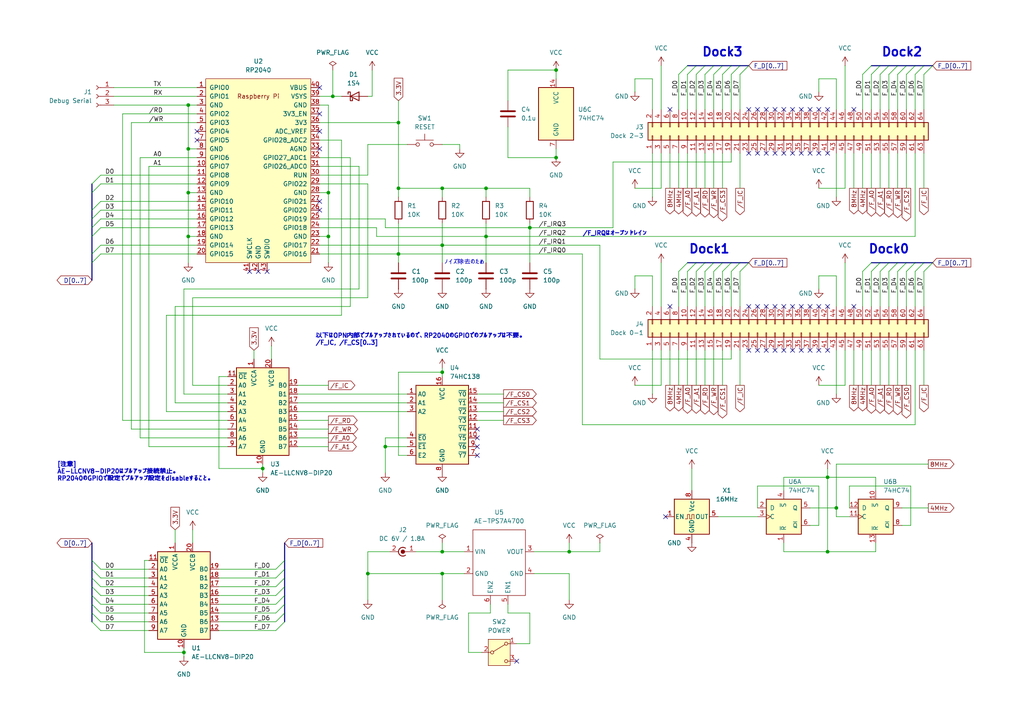
<source format=kicad_sch>
(kicad_sch (version 20231120) (generator "eeschema") (generator_version "8.0")
  (paper "A4")
  (title_block (title "System Controller") (date "2025-02-09") (rev "1.0") (company "46nori"))
  (junction (at 140.97 68.58))
  (junction (at 242.57 147.32))
  (junction (at 54.61 43.18))
  (junction (at 115.57 73.66))
  (junction (at 165.1 160.02))
  (junction (at 128.27 160.02))
  (junction (at 76.2 135.89))
  (junction (at 240.03 160.02))
  (junction (at 115.57 54.61))
  (junction (at 95.25 68.58))
  (junction (at 240.03 138.43))
  (junction (at 128.27 166.37))
  (junction (at 153.67 66.04))
  (junction (at 161.29 45.72))
  (junction (at 95.25 55.88))
  (junction (at 96.52 27.94))
  (junction (at 115.57 35.56))
  (junction (at 128.27 54.61))
  (junction (at 161.29 20.32))
  (junction (at 111.76 129.54))
  (junction (at 106.68 166.37))
  (junction (at 54.61 68.58))
  (junction (at 54.61 30.48))
  (junction (at 54.61 55.88))
  (junction (at 128.27 107.95))
  (junction (at 53.34 189.23))
  (junction (at 140.97 54.61))
  (junction (at 128.27 71.12))
  (no_connect (at 232.41 44.45))
  (no_connect (at 222.25 88.9))
  (no_connect (at 138.43 132.08))
  (no_connect (at 232.41 88.9))
  (no_connect (at 224.79 101.6))
  (no_connect (at 234.95 101.6))
  (no_connect (at 227.33 101.6))
  (no_connect (at 229.87 44.45))
  (no_connect (at 92.71 33.02))
  (no_connect (at 92.71 60.96))
  (no_connect (at 227.33 44.45))
  (no_connect (at 222.25 31.75))
  (no_connect (at 237.49 101.6))
  (no_connect (at 138.43 127))
  (no_connect (at 240.03 44.45))
  (no_connect (at 217.17 88.9))
  (no_connect (at 138.43 124.46))
  (no_connect (at 219.71 31.75))
  (no_connect (at 224.79 31.75))
  (no_connect (at 240.03 88.9))
  (no_connect (at 138.43 129.54))
  (no_connect (at 194.31 88.9))
  (no_connect (at 234.95 88.9))
  (no_connect (at 234.95 44.45))
  (no_connect (at 217.17 101.6))
  (no_connect (at 227.33 88.9))
  (no_connect (at 92.71 43.18))
  (no_connect (at 193.04 149.86))
  (no_connect (at 224.79 44.45))
  (no_connect (at 77.47 78.74))
  (no_connect (at 232.41 101.6))
  (no_connect (at 247.65 88.9))
  (no_connect (at 222.25 44.45))
  (no_connect (at 57.15 40.64))
  (no_connect (at 232.41 31.75))
  (no_connect (at 92.71 25.4))
  (no_connect (at 247.65 31.75))
  (no_connect (at 229.87 88.9))
  (no_connect (at 72.39 78.74))
  (no_connect (at 149.86 191.77))
  (no_connect (at 227.33 31.75))
  (no_connect (at 219.71 88.9))
  (no_connect (at 219.71 101.6))
  (no_connect (at 194.31 31.75))
  (no_connect (at 219.71 44.45))
  (no_connect (at 229.87 101.6))
  (no_connect (at 240.03 31.75))
  (no_connect (at 237.49 44.45))
  (no_connect (at 92.71 38.1))
  (no_connect (at 237.49 31.75))
  (no_connect (at 217.17 44.45))
  (no_connect (at 74.93 78.74))
  (no_connect (at 92.71 58.42))
  (no_connect (at 237.49 88.9))
  (no_connect (at 229.87 31.75))
  (no_connect (at 57.15 38.1))
  (no_connect (at 224.79 88.9))
  (no_connect (at 222.25 101.6))
  (no_connect (at 240.03 101.6))
  (no_connect (at 217.17 31.75))
  (no_connect (at 234.95 31.75))
  (bus_entry (at 26.67 53.34) (size 2.54 -2.54))
  (bus_entry (at 80.01 172.72) (size 2.54 -2.54))
  (bus_entry (at 196.85 78.74) (size 2.54 -2.54))
  (bus_entry (at 250.19 78.74) (size 2.54 -2.54))
  (bus_entry (at 209.55 78.74) (size 2.54 -2.54))
  (bus_entry (at 26.67 60.96) (size 2.54 -2.54))
  (bus_entry (at 255.27 21.59) (size 2.54 -2.54))
  (bus_entry (at 199.39 21.59) (size 2.54 -2.54))
  (bus_entry (at 214.63 78.74) (size 2.54 -2.54))
  (bus_entry (at 80.01 182.88) (size 2.54 -2.54))
  (bus_entry (at 80.01 170.18) (size 2.54 -2.54))
  (bus_entry (at 26.67 73.66) (size 2.54 -2.54))
  (bus_entry (at 26.67 66.04) (size 2.54 -2.54))
  (bus_entry (at 262.89 21.59) (size 2.54 -2.54))
  (bus_entry (at 212.09 21.59) (size 2.54 -2.54))
  (bus_entry (at 260.35 78.74) (size 2.54 -2.54))
  (bus_entry (at 262.89 78.74) (size 2.54 -2.54))
  (bus_entry (at 80.01 175.26) (size 2.54 -2.54))
  (bus_entry (at 214.63 21.59) (size 2.54 -2.54))
  (bus_entry (at 209.55 21.59) (size 2.54 -2.54))
  (bus_entry (at 80.01 165.1) (size 2.54 -2.54))
  (bus_entry (at 252.73 21.59) (size 2.54 -2.54))
  (bus_entry (at 80.01 167.64) (size 2.54 -2.54))
  (bus_entry (at 26.67 63.5) (size 2.54 -2.54))
  (bus_entry (at 250.19 21.59) (size 2.54 -2.54))
  (bus_entry (at 26.67 170.18) (size 2.54 2.54))
  (bus_entry (at 255.27 78.74) (size 2.54 -2.54))
  (bus_entry (at 199.39 78.74) (size 2.54 -2.54))
  (bus_entry (at 26.67 76.2) (size 2.54 -2.54))
  (bus_entry (at 26.67 177.8) (size 2.54 2.54))
  (bus_entry (at 212.09 78.74) (size 2.54 -2.54))
  (bus_entry (at 26.67 175.26) (size 2.54 2.54))
  (bus_entry (at 252.73 78.74) (size 2.54 -2.54))
  (bus_entry (at 26.67 167.64) (size 2.54 2.54))
  (bus_entry (at 204.47 21.59) (size 2.54 -2.54))
  (bus_entry (at 26.67 180.34) (size 2.54 2.54))
  (bus_entry (at 80.01 177.8) (size 2.54 -2.54))
  (bus_entry (at 257.81 21.59) (size 2.54 -2.54))
  (bus_entry (at 26.67 162.56) (size 2.54 2.54))
  (bus_entry (at 26.67 68.58) (size 2.54 -2.54))
  (bus_entry (at 26.67 55.88) (size 2.54 -2.54))
  (bus_entry (at 265.43 21.59) (size 2.54 -2.54))
  (bus_entry (at 207.01 21.59) (size 2.54 -2.54))
  (bus_entry (at 26.67 165.1) (size 2.54 2.54))
  (bus_entry (at 204.47 78.74) (size 2.54 -2.54))
  (bus_entry (at 201.93 21.59) (size 2.54 -2.54))
  (bus_entry (at 267.97 21.59) (size 2.54 -2.54))
  (bus_entry (at 257.81 78.74) (size 2.54 -2.54))
  (bus_entry (at 80.01 180.34) (size 2.54 -2.54))
  (bus_entry (at 267.97 78.74) (size 2.54 -2.54))
  (bus_entry (at 265.43 78.74) (size 2.54 -2.54))
  (bus_entry (at 201.93 78.74) (size 2.54 -2.54))
  (bus_entry (at 260.35 21.59) (size 2.54 -2.54))
  (bus_entry (at 196.85 21.59) (size 2.54 -2.54))
  (bus_entry (at 207.01 78.74) (size 2.54 -2.54))
  (bus_entry (at 26.67 172.72) (size 2.54 2.54))
  (wire (pts (xy 264.16 140.97) (xy 264.16 152.4)))
  (wire (pts (xy 255.27 88.9) (xy 255.27 78.74)))
  (wire (pts (xy 86.36 121.92) (xy 95.25 121.92)))
  (wire (pts (xy 254 138.43) (xy 254 142.24)))
  (bus (pts (xy 82.55 167.64) (xy 82.55 170.18)))
  (bus (pts (xy 270.51 76.2) (xy 267.97 76.2)))
  (wire (pts (xy 207.01 88.9) (xy 207.01 78.74)))
  (wire (pts (xy 204.47 44.45) (xy 204.47 54.61)))
  (wire (pts (xy 50.8 88.9) (xy 101.6 88.9)))
  (wire (pts (xy 212.09 88.9) (xy 212.09 78.74)))
  (wire (pts (xy 63.5 175.26) (xy 80.01 175.26)))
  (wire (pts (xy 95.25 30.48) (xy 95.25 55.88)))
  (wire (pts (xy 66.04 109.22) (xy 63.5 109.22)))
  (wire (pts (xy 184.15 80.01) (xy 184.15 83.82)))
  (wire (pts (xy 153.67 66.04) (xy 177.8 66.04)))
  (wire (pts (xy 153.67 64.77) (xy 153.67 66.04)))
  (wire (pts (xy 161.29 43.18) (xy 161.29 45.72)))
  (wire (pts (xy 29.21 177.8) (xy 43.18 177.8)))
  (wire (pts (xy 106.68 86.36) (xy 55.88 86.36)))
  (wire (pts (xy 133.35 41.91) (xy 133.35 43.18)))
  (bus (pts (xy 26.67 73.66) (xy 26.67 68.58)))
  (wire (pts (xy 219.71 147.32) (xy 219.71 140.97)))
  (wire (pts (xy 242.57 88.9) (xy 242.57 80.01)))
  (bus (pts (xy 26.67 60.96) (xy 26.67 63.5)))
  (wire (pts (xy 227.33 160.02) (xy 227.33 157.48)))
  (wire (pts (xy 173.99 104.14) (xy 212.09 104.14)))
  (wire (pts (xy 54.61 68.58) (xy 57.15 68.58)))
  (wire (pts (xy 29.21 182.88) (xy 43.18 182.88)))
  (wire (pts (xy 33.02 27.94) (xy 57.15 27.94)))
  (wire (pts (xy 207.01 101.6) (xy 207.01 111.76)))
  (wire (pts (xy 111.76 129.54) (xy 111.76 137.16)))
  (bus (pts (xy 209.55 19.05) (xy 207.01 19.05)))
  (bus (pts (xy 262.89 76.2) (xy 260.35 76.2)))
  (wire (pts (xy 41.91 162.56) (xy 41.91 189.23)))
  (wire (pts (xy 265.43 44.45) (xy 265.43 68.58)))
  (wire (pts (xy 262.89 31.75) (xy 262.89 21.59)))
  (wire (pts (xy 201.93 44.45) (xy 201.93 54.61)))
  (wire (pts (xy 204.47 88.9) (xy 204.47 78.74)))
  (wire (pts (xy 204.47 31.75) (xy 204.47 21.59)))
  (wire (pts (xy 92.71 73.66) (xy 115.57 73.66)))
  (wire (pts (xy 199.39 31.75) (xy 199.39 21.59)))
  (wire (pts (xy 165.1 160.02) (xy 165.1 157.48)))
  (wire (pts (xy 106.68 166.37) (xy 106.68 160.02)))
  (wire (pts (xy 41.91 189.23) (xy 53.34 189.23)))
  (wire (pts (xy 149.86 186.69) (xy 153.67 186.69)))
  (wire (pts (xy 118.11 116.84) (xy 86.36 116.84)))
  (wire (pts (xy 189.23 31.75) (xy 189.23 22.86)))
  (wire (pts (xy 257.81 44.45) (xy 257.81 54.61)))
  (wire (pts (xy 260.35 88.9) (xy 260.35 78.74)))
  (wire (pts (xy 128.27 64.77) (xy 128.27 71.12)))
  (wire (pts (xy 115.57 132.08) (xy 118.11 132.08)))
  (bus (pts (xy 82.55 170.18) (xy 82.55 172.72)))
  (wire (pts (xy 242.57 31.75) (xy 242.57 22.86)))
  (wire (pts (xy 189.23 80.01) (xy 184.15 80.01)))
  (wire (pts (xy 267.97 111.76) (xy 267.97 101.6)))
  (wire (pts (xy 161.29 20.32) (xy 161.29 22.86)))
  (wire (pts (xy 38.1 124.46) (xy 66.04 124.46)))
  (wire (pts (xy 264.16 152.4) (xy 261.62 152.4)))
  (wire (pts (xy 245.11 101.6) (xy 245.11 111.76)))
  (wire (pts (xy 242.57 101.6) (xy 242.57 114.3)))
  (bus (pts (xy 265.43 19.05) (xy 262.89 19.05)))
  (wire (pts (xy 194.31 111.76) (xy 194.31 101.6)))
  (wire (pts (xy 209.55 31.75) (xy 209.55 21.59)))
  (wire (pts (xy 54.61 55.88) (xy 54.61 68.58)))
  (wire (pts (xy 63.5 109.22) (xy 63.5 135.89)))
  (wire (pts (xy 242.57 22.86) (xy 237.49 22.86)))
  (wire (pts (xy 92.71 50.8) (xy 106.68 50.8)))
  (wire (pts (xy 35.56 33.02) (xy 57.15 33.02)))
  (wire (pts (xy 55.88 86.36) (xy 55.88 111.76)))
  (wire (pts (xy 35.56 121.92) (xy 35.56 33.02)))
  (wire (pts (xy 262.89 88.9) (xy 262.89 78.74)))
  (wire (pts (xy 104.14 83.82) (xy 53.34 83.82)))
  (wire (pts (xy 53.34 190.5) (xy 53.34 189.23)))
  (bus (pts (xy 260.35 76.2) (xy 257.81 76.2)))
  (wire (pts (xy 33.02 25.4) (xy 57.15 25.4)))
  (wire (pts (xy 196.85 88.9) (xy 196.85 78.74)))
  (wire (pts (xy 92.71 66.04) (xy 109.22 66.04)))
  (wire (pts (xy 55.88 153.67) (xy 55.88 157.48)))
  (wire (pts (xy 147.32 29.21) (xy 147.32 20.32)))
  (wire (pts (xy 212.09 31.75) (xy 212.09 21.59)))
  (bus (pts (xy 207.01 19.05) (xy 204.47 19.05)))
  (wire (pts (xy 267.97 88.9) (xy 267.97 78.74)))
  (wire (pts (xy 173.99 160.02) (xy 165.1 160.02)))
  (wire (pts (xy 63.5 165.1) (xy 80.01 165.1)))
  (wire (pts (xy 66.04 119.38) (xy 48.26 119.38)))
  (wire (pts (xy 54.61 68.58) (xy 54.61 76.2)))
  (wire (pts (xy 267.97 54.61) (xy 267.97 44.45)))
  (wire (pts (xy 86.36 127) (xy 95.25 127)))
  (wire (pts (xy 189.23 22.86) (xy 184.15 22.86)))
  (wire (pts (xy 252.73 31.75) (xy 252.73 21.59)))
  (wire (pts (xy 173.99 157.48) (xy 173.99 160.02)))
  (wire (pts (xy 191.77 44.45) (xy 191.77 54.61)))
  (bus (pts (xy 82.55 177.8) (xy 82.55 180.34)))
  (wire (pts (xy 209.55 111.76) (xy 209.55 101.6)))
  (wire (pts (xy 78.74 100.33) (xy 78.74 104.14)))
  (wire (pts (xy 138.43 119.38) (xy 146.05 119.38)))
  (wire (pts (xy 252.73 44.45) (xy 252.73 54.61)))
  (wire (pts (xy 260.35 44.45) (xy 260.35 54.61)))
  (wire (pts (xy 191.77 76.2) (xy 191.77 88.9)))
  (wire (pts (xy 86.36 119.38) (xy 118.11 119.38)))
  (wire (pts (xy 147.32 177.8) (xy 147.32 175.26)))
  (wire (pts (xy 196.85 54.61) (xy 196.85 44.45)))
  (wire (pts (xy 212.09 101.6) (xy 212.09 104.14)))
  (wire (pts (xy 255.27 101.6) (xy 255.27 111.76)))
  (bus (pts (xy 265.43 76.2) (xy 262.89 76.2)))
  (wire (pts (xy 237.49 140.97) (xy 237.49 152.4)))
  (bus (pts (xy 82.55 175.26) (xy 82.55 177.8)))
  (wire (pts (xy 29.21 172.72) (xy 43.18 172.72)))
  (wire (pts (xy 29.21 53.34) (xy 57.15 53.34)))
  (bus (pts (xy 201.93 19.05) (xy 199.39 19.05)))
  (bus (pts (xy 257.81 19.05) (xy 255.27 19.05)))
  (wire (pts (xy 257.81 101.6) (xy 257.81 111.76)))
  (wire (pts (xy 128.27 54.61) (xy 115.57 54.61)))
  (bus (pts (xy 26.67 76.2) (xy 26.67 73.66)))
  (wire (pts (xy 177.8 66.04) (xy 177.8 46.99)))
  (wire (pts (xy 153.67 186.69) (xy 153.67 177.8)))
  (wire (pts (xy 196.85 31.75) (xy 196.85 21.59)))
  (wire (pts (xy 237.49 152.4) (xy 234.95 152.4)))
  (wire (pts (xy 106.68 41.91) (xy 118.11 41.91)))
  (wire (pts (xy 207.01 44.45) (xy 207.01 54.61)))
  (wire (pts (xy 109.22 68.58) (xy 140.97 68.58)))
  (wire (pts (xy 250.19 88.9) (xy 250.19 78.74)))
  (wire (pts (xy 92.71 63.5) (xy 111.76 63.5)))
  (wire (pts (xy 191.77 101.6) (xy 191.77 111.76)))
  (wire (pts (xy 177.8 46.99) (xy 212.09 46.99)))
  (wire (pts (xy 40.64 127) (xy 66.04 127)))
  (wire (pts (xy 242.57 134.62) (xy 242.57 147.32)))
  (wire (pts (xy 201.93 101.6) (xy 201.93 111.76)))
  (wire (pts (xy 140.97 64.77) (xy 140.97 68.58)))
  (wire (pts (xy 252.73 88.9) (xy 252.73 78.74)))
  (wire (pts (xy 237.49 111.76) (xy 245.11 111.76)))
  (bus (pts (xy 82.55 172.72) (xy 82.55 175.26)))
  (wire (pts (xy 111.76 127) (xy 111.76 129.54)))
  (wire (pts (xy 66.04 116.84) (xy 50.8 116.84)))
  (bus (pts (xy 212.09 19.05) (xy 209.55 19.05)))
  (wire (pts (xy 199.39 44.45) (xy 199.39 54.61)))
  (bus (pts (xy 26.67 68.58) (xy 26.67 66.04)))
  (wire (pts (xy 92.71 48.26) (xy 104.14 48.26)))
  (wire (pts (xy 109.22 66.04) (xy 109.22 68.58)))
  (wire (pts (xy 107.95 20.32) (xy 107.95 27.94)))
  (wire (pts (xy 209.55 88.9) (xy 209.55 78.74)))
  (wire (pts (xy 140.97 54.61) (xy 140.97 57.15)))
  (wire (pts (xy 128.27 166.37) (xy 134.62 166.37)))
  (wire (pts (xy 191.77 19.05) (xy 191.77 31.75)))
  (wire (pts (xy 252.73 101.6) (xy 252.73 111.76)))
  (bus (pts (xy 26.67 165.1) (xy 26.67 162.56)))
  (bus (pts (xy 267.97 19.05) (xy 265.43 19.05)))
  (wire (pts (xy 196.85 111.76) (xy 196.85 101.6)))
  (wire (pts (xy 35.56 121.92) (xy 66.04 121.92)))
  (wire (pts (xy 173.99 71.12) (xy 173.99 104.14)))
  (wire (pts (xy 199.39 88.9) (xy 199.39 78.74)))
  (wire (pts (xy 115.57 64.77) (xy 115.57 73.66)))
  (bus (pts (xy 82.55 165.1) (xy 82.55 167.64)))
  (wire (pts (xy 138.43 116.84) (xy 146.05 116.84)))
  (wire (pts (xy 153.67 177.8) (xy 147.32 177.8)))
  (wire (pts (xy 242.57 149.86) (xy 246.38 149.86)))
  (wire (pts (xy 128.27 160.02) (xy 134.62 160.02)))
  (wire (pts (xy 194.31 54.61) (xy 194.31 44.45)))
  (wire (pts (xy 38.1 35.56) (xy 38.1 124.46)))
  (wire (pts (xy 111.76 66.04) (xy 153.67 66.04)))
  (bus (pts (xy 212.09 76.2) (xy 209.55 76.2)))
  (bus (pts (xy 267.97 76.2) (xy 265.43 76.2)))
  (bus (pts (xy 26.67 172.72) (xy 26.67 170.18)))
  (bus (pts (xy 26.67 175.26) (xy 26.67 172.72)))
  (wire (pts (xy 115.57 54.61) (xy 115.57 35.56)))
  (wire (pts (xy 135.89 189.23) (xy 139.7 189.23)))
  (wire (pts (xy 214.63 31.75) (xy 214.63 21.59)))
  (wire (pts (xy 48.26 91.44) (xy 99.06 91.44)))
  (wire (pts (xy 29.21 58.42) (xy 57.15 58.42)))
  (bus (pts (xy 260.35 19.05) (xy 257.81 19.05)))
  (wire (pts (xy 63.5 170.18) (xy 80.01 170.18)))
  (bus (pts (xy 26.67 162.56) (xy 26.67 157.48)))
  (wire (pts (xy 115.57 132.08) (xy 115.57 107.95)))
  (wire (pts (xy 111.76 129.54) (xy 118.11 129.54)))
  (wire (pts (xy 214.63 54.61) (xy 214.63 44.45)))
  (wire (pts (xy 245.11 76.2) (xy 245.11 88.9)))
  (wire (pts (xy 53.34 114.3) (xy 66.04 114.3)))
  (bus (pts (xy 26.67 55.88) (xy 26.67 53.34)))
  (wire (pts (xy 153.67 54.61) (xy 140.97 54.61)))
  (wire (pts (xy 227.33 138.43) (xy 227.33 142.24)))
  (wire (pts (xy 214.63 111.76) (xy 214.63 101.6)))
  (wire (pts (xy 29.21 60.96) (xy 57.15 60.96)))
  (bus (pts (xy 26.67 81.28) (xy 26.67 76.2)))
  (wire (pts (xy 135.89 177.8) (xy 135.89 189.23)))
  (wire (pts (xy 55.88 111.76) (xy 66.04 111.76)))
  (bus (pts (xy 214.63 76.2) (xy 212.09 76.2)))
  (wire (pts (xy 106.68 166.37) (xy 128.27 166.37)))
  (wire (pts (xy 120.65 160.02) (xy 128.27 160.02)))
  (wire (pts (xy 95.25 55.88) (xy 95.25 68.58)))
  (wire (pts (xy 43.18 48.26) (xy 43.18 129.54)))
  (wire (pts (xy 29.21 66.04) (xy 57.15 66.04)))
  (wire (pts (xy 245.11 44.45) (xy 245.11 54.61)))
  (wire (pts (xy 92.71 71.12) (xy 128.27 71.12)))
  (wire (pts (xy 92.71 27.94) (xy 96.52 27.94)))
  (wire (pts (xy 115.57 107.95) (xy 128.27 107.95)))
  (wire (pts (xy 184.15 111.76) (xy 191.77 111.76)))
  (wire (pts (xy 50.8 153.67) (xy 50.8 157.48)))
  (wire (pts (xy 54.61 30.48) (xy 57.15 30.48)))
  (bus (pts (xy 255.27 76.2) (xy 252.73 76.2)))
  (wire (pts (xy 29.21 165.1) (xy 43.18 165.1)))
  (wire (pts (xy 242.57 147.32) (xy 242.57 149.86)))
  (wire (pts (xy 86.36 111.76) (xy 95.25 111.76)))
  (wire (pts (xy 153.67 66.04) (xy 153.67 76.2)))
  (bus (pts (xy 26.67 170.18) (xy 26.67 167.64)))
  (bus (pts (xy 217.17 19.05) (xy 214.63 19.05)))
  (wire (pts (xy 242.57 80.01) (xy 237.49 80.01)))
  (wire (pts (xy 40.64 45.72) (xy 40.64 127)))
  (wire (pts (xy 43.18 129.54) (xy 66.04 129.54)))
  (bus (pts (xy 217.17 76.2) (xy 214.63 76.2)))
  (wire (pts (xy 40.64 45.72) (xy 57.15 45.72)))
  (wire (pts (xy 92.71 55.88) (xy 95.25 55.88)))
  (wire (pts (xy 250.19 111.76) (xy 250.19 101.6)))
  (wire (pts (xy 219.71 140.97) (xy 237.49 140.97)))
  (wire (pts (xy 165.1 166.37) (xy 165.1 173.99)))
  (wire (pts (xy 43.18 48.26) (xy 57.15 48.26)))
  (wire (pts (xy 140.97 68.58) (xy 265.43 68.58)))
  (wire (pts (xy 189.23 44.45) (xy 189.23 57.15)))
  (wire (pts (xy 96.52 20.32) (xy 96.52 27.94)))
  (wire (pts (xy 227.33 160.02) (xy 240.03 160.02)))
  (bus (pts (xy 82.55 162.56) (xy 82.55 165.1)))
  (wire (pts (xy 265.43 31.75) (xy 265.43 21.59)))
  (wire (pts (xy 207.01 31.75) (xy 207.01 21.59)))
  (wire (pts (xy 250.19 54.61) (xy 250.19 44.45)))
  (wire (pts (xy 92.71 45.72) (xy 101.6 45.72)))
  (wire (pts (xy 128.27 54.61) (xy 128.27 57.15)))
  (wire (pts (xy 73.66 101.6) (xy 73.66 104.14)))
  (bus (pts (xy 204.47 19.05) (xy 201.93 19.05)))
  (wire (pts (xy 63.5 182.88) (xy 80.01 182.88)))
  (wire (pts (xy 92.71 53.34) (xy 106.68 53.34)))
  (bus (pts (xy 201.93 76.2) (xy 199.39 76.2)))
  (wire (pts (xy 242.57 134.62) (xy 269.24 134.62)))
  (wire (pts (xy 128.27 71.12) (xy 128.27 76.2)))
  (wire (pts (xy 201.93 31.75) (xy 201.93 21.59)))
  (wire (pts (xy 29.21 63.5) (xy 57.15 63.5)))
  (wire (pts (xy 247.65 54.61) (xy 247.65 44.45)))
  (wire (pts (xy 96.52 27.94) (xy 99.06 27.94)))
  (wire (pts (xy 265.43 101.6) (xy 265.43 123.19)))
  (wire (pts (xy 48.26 119.38) (xy 48.26 91.44)))
  (wire (pts (xy 153.67 54.61) (xy 153.67 57.15)))
  (wire (pts (xy 199.39 101.6) (xy 199.39 111.76)))
  (wire (pts (xy 63.5 135.89) (xy 76.2 135.89)))
  (wire (pts (xy 267.97 31.75) (xy 267.97 21.59)))
  (wire (pts (xy 128.27 107.95) (xy 128.27 109.22)))
  (wire (pts (xy 227.33 138.43) (xy 240.03 138.43)))
  (wire (pts (xy 257.81 88.9) (xy 257.81 78.74)))
  (wire (pts (xy 261.62 147.32) (xy 269.24 147.32)))
  (wire (pts (xy 92.71 30.48) (xy 95.25 30.48)))
  (bus (pts (xy 26.67 177.8) (xy 26.67 175.26)))
  (wire (pts (xy 138.43 114.3) (xy 146.05 114.3)))
  (wire (pts (xy 76.2 135.89) (xy 76.2 134.62)))
  (wire (pts (xy 50.8 116.84) (xy 50.8 88.9)))
  (wire (pts (xy 245.11 19.05) (xy 245.11 31.75)))
  (wire (pts (xy 63.5 172.72) (xy 80.01 172.72)))
  (wire (pts (xy 106.68 41.91) (xy 106.68 50.8)))
  (wire (pts (xy 86.36 124.46) (xy 95.25 124.46)))
  (wire (pts (xy 260.35 31.75) (xy 260.35 21.59)))
  (wire (pts (xy 38.1 35.56) (xy 57.15 35.56)))
  (wire (pts (xy 53.34 83.82) (xy 53.34 114.3)))
  (wire (pts (xy 168.91 73.66) (xy 168.91 123.19)))
  (wire (pts (xy 76.2 137.16) (xy 76.2 135.89)))
  (wire (pts (xy 246.38 140.97) (xy 264.16 140.97)))
  (wire (pts (xy 209.55 54.61) (xy 209.55 44.45)))
  (wire (pts (xy 33.02 30.48) (xy 54.61 30.48)))
  (wire (pts (xy 99.06 40.64) (xy 99.06 91.44)))
  (wire (pts (xy 262.89 54.61) (xy 262.89 44.45)))
  (wire (pts (xy 29.21 180.34) (xy 43.18 180.34)))
  (bus (pts (xy 26.67 55.88) (xy 26.67 60.96)))
  (wire (pts (xy 115.57 29.21) (xy 115.57 35.56)))
  (wire (pts (xy 92.71 35.56) (xy 115.57 35.56)))
  (wire (pts (xy 262.89 111.76) (xy 262.89 101.6)))
  (wire (pts (xy 106.68 160.02) (xy 113.03 160.02)))
  (wire (pts (xy 237.49 22.86) (xy 237.49 26.67)))
  (wire (pts (xy 237.49 54.61) (xy 245.11 54.61)))
  (wire (pts (xy 29.21 73.66) (xy 57.15 73.66)))
  (wire (pts (xy 204.47 101.6) (xy 204.47 111.76)))
  (wire (pts (xy 147.32 20.32) (xy 161.29 20.32)))
  (wire (pts (xy 147.32 45.72) (xy 161.29 45.72)))
  (wire (pts (xy 265.43 88.9) (xy 265.43 78.74)))
  (bus (pts (xy 255.27 19.05) (xy 252.73 19.05)))
  (wire (pts (xy 106.68 27.94) (xy 107.95 27.94)))
  (wire (pts (xy 255.27 44.45) (xy 255.27 54.61)))
  (wire (pts (xy 92.71 40.64) (xy 99.06 40.64)))
  (wire (pts (xy 154.94 160.02) (xy 165.1 160.02)))
  (wire (pts (xy 189.23 101.6) (xy 189.23 114.3)))
  (wire (pts (xy 92.71 68.58) (xy 95.25 68.58)))
  (wire (pts (xy 250.19 31.75) (xy 250.19 21.59)))
  (wire (pts (xy 184.15 22.86) (xy 184.15 26.67)))
  (wire (pts (xy 168.91 123.19) (xy 265.43 123.19)))
  (wire (pts (xy 29.21 71.12) (xy 57.15 71.12)))
  (wire (pts (xy 138.43 121.92) (xy 146.05 121.92)))
  (wire (pts (xy 128.27 106.68) (xy 128.27 107.95)))
  (wire (pts (xy 29.21 167.64) (xy 43.18 167.64)))
  (wire (pts (xy 29.21 175.26) (xy 43.18 175.26)))
  (wire (pts (xy 184.15 54.61) (xy 191.77 54.61)))
  (wire (pts (xy 189.23 88.9) (xy 189.23 80.01)))
  (wire (pts (xy 115.57 76.2) (xy 115.57 73.66)))
  (wire (pts (xy 86.36 114.3) (xy 118.11 114.3)))
  (bus (pts (xy 26.67 66.04) (xy 26.67 63.5)))
  (wire (pts (xy 106.68 166.37) (xy 106.68 173.99)))
  (wire (pts (xy 212.09 44.45) (xy 212.09 46.99)))
  (wire (pts (xy 242.57 44.45) (xy 242.57 57.15)))
  (wire (pts (xy 240.03 160.02) (xy 254 160.02)))
  (wire (pts (xy 133.35 41.91) (xy 128.27 41.91)))
  (bus (pts (xy 26.67 167.64) (xy 26.67 165.1)))
  (wire (pts (xy 29.21 50.8) (xy 57.15 50.8)))
  (wire (pts (xy 240.03 138.43) (xy 240.03 160.02)))
  (wire (pts (xy 246.38 147.32) (xy 246.38 140.97)))
  (bus (pts (xy 214.63 19.05) (xy 212.09 19.05)))
  (wire (pts (xy 142.24 177.8) (xy 135.89 177.8)))
  (wire (pts (xy 63.5 177.8) (xy 80.01 177.8)))
  (wire (pts (xy 255.27 31.75) (xy 255.27 21.59)))
  (wire (pts (xy 54.61 43.18) (xy 54.61 55.88)))
  (bus (pts (xy 204.47 76.2) (xy 201.93 76.2)))
  (wire (pts (xy 140.97 54.61) (xy 128.27 54.61)))
  (wire (pts (xy 63.5 167.64) (xy 80.01 167.64)))
  (wire (pts (xy 140.97 68.58) (xy 140.97 76.2)))
  (wire (pts (xy 95.25 68.58) (xy 95.25 76.2)))
  (wire (pts (xy 147.32 36.83) (xy 147.32 45.72)))
  (bus (pts (xy 262.89 19.05) (xy 260.35 19.05)))
  (wire (pts (xy 200.66 135.89) (xy 200.66 142.24)))
  (wire (pts (xy 43.18 162.56) (xy 41.91 162.56)))
  (wire (pts (xy 111.76 63.5) (xy 111.76 66.04)))
  (bus (pts (xy 209.55 76.2) (xy 207.01 76.2)))
  (wire (pts (xy 254 160.02) (xy 254 157.48)))
  (wire (pts (xy 54.61 43.18) (xy 57.15 43.18)))
  (wire (pts (xy 54.61 30.48) (xy 54.61 43.18)))
  (wire (pts (xy 208.28 149.86) (xy 219.71 149.86)))
  (wire (pts (xy 63.5 180.34) (xy 80.01 180.34)))
  (wire (pts (xy 111.76 127) (xy 118.11 127)))
  (wire (pts (xy 101.6 45.72) (xy 101.6 88.9)))
  (bus (pts (xy 207.01 76.2) (xy 204.47 76.2)))
  (wire (pts (xy 86.36 129.54) (xy 95.25 129.54)))
  (wire (pts (xy 54.61 55.88) (xy 57.15 55.88)))
  (wire (pts (xy 257.81 31.75) (xy 257.81 21.59)))
  (wire (pts (xy 214.63 88.9) (xy 214.63 78.74)))
  (wire (pts (xy 260.35 101.6) (xy 260.35 111.76)))
  (wire (pts (xy 115.57 73.66) (xy 168.91 73.66)))
  (wire (pts (xy 154.94 166.37) (xy 165.1 166.37)))
  (wire (pts (xy 240.03 135.89) (xy 240.03 138.43)))
  (wire (pts (xy 128.27 71.12) (xy 173.99 71.12)))
  (bus (pts (xy 270.51 19.05) (xy 267.97 19.05)))
  (wire (pts (xy 106.68 53.34) (xy 106.68 86.36)))
  (wire (pts (xy 247.65 111.76) (xy 247.65 101.6)))
  (wire (pts (xy 240.03 138.43) (xy 254 138.43)))
  (wire (pts (xy 53.34 189.23) (xy 53.34 187.96)))
  (wire (pts (xy 128.27 157.48) (xy 128.27 160.02)))
  (wire (pts (xy 104.14 48.26) (xy 104.14 83.82)))
  (wire (pts (xy 29.21 170.18) (xy 43.18 170.18)))
  (wire (pts (xy 115.57 54.61) (xy 115.57 57.15)))
  (bus (pts (xy 82.55 157.48) (xy 82.55 162.56)))
  (wire (pts (xy 237.49 80.01) (xy 237.49 83.82)))
  (wire (pts (xy 234.95 147.32) (xy 242.57 147.32)))
  (bus (pts (xy 257.81 76.2) (xy 255.27 76.2)))
  (wire (pts (xy 201.93 88.9) (xy 201.93 78.74)))
  (wire (pts (xy 142.24 177.8) (xy 142.24 175.26)))
  (wire (pts (xy 128.27 173.99) (xy 128.27 166.37)))
  (bus (pts (xy 26.67 180.34) (xy 26.67 177.8)))
  (text "Dock3" (at 209.55 15.24 0) (effects (font (size 2.54 2.54) (thickness 0.508) (bold yes))))
  (text "/F_IRQはオープンドレイン" (at 168.91 68.58 0) (effects (font (size 1.27 1.27) (thickness 0.254) (bold yes)) (justify left bottom)))
  (text "ノイズ除去のため\n" (at 134.62 76.2 0) (effects (font (size 1.27 1.27))))
  (text "以下はOPN内部でプルアップされているので、RP2040のGPIOでのプルアップは不要。\n/F_IC, /F_CS[0..3]" (at 91.44 100.33 0) (effects (font (size 1.27 1.27) (thickness 0.254) (bold yes)) (justify left bottom)))
  (text "Dock0" (at 257.81 72.39 0) (effects (font (size 2.54 2.54) (thickness 0.508) (bold yes))))
  (text "[注意]\nAE-LLCNV8-DIP20はプルアップ接続禁止。\nRP2040のGPIOで設定でプルアップ設定をdisableすること。" (at 16.51 139.7 0) (effects (font (size 1.27 1.27) (thickness 0.254) (bold yes)) (justify left bottom)))
  (text "Dock2" (at 261.62 15.24 0) (effects (font (size 2.54 2.54) (thickness 0.508) (bold yes))))
  (text "Dock1" (at 205.74 72.39 0) (effects (font (size 2.54 2.54) (thickness 0.508) (bold yes))))
  (label "F_D4" (at 260.35 27.94 90))
  (label "D1" (at 30.48 167.64 0))
  (label "F_D2" (at 255.27 85.09 90))
  (label "F_D0" (at 196.85 27.94 90))
  (label "D6" (at 30.48 180.34 0))
  (label "F_D1" (at 252.73 85.09 90))
  (label "F_D4" (at 260.35 85.09 90))
  (label "F_D2" (at 73.66 170.18 0))
  (label "F_D6" (at 73.66 180.34 0))
  (label "{slash}F_IRQ3" (at 156.21 66.04 0))
  (label "F_D2" (at 201.93 27.94 90))
  (label "F_D1" (at 252.73 27.94 90))
  (label "F_D3" (at 204.47 27.94 90))
  (label "F_D6" (at 212.09 85.09 90))
  (label "F_D4" (at 207.01 85.09 90))
  (label "{slash}WR" (at 43.18 35.56 0))
  (label "F_D7" (at 267.97 27.94 90))
  (label "F_D0" (at 250.19 27.94 90))
  (label "F_D3" (at 73.66 172.72 0))
  (label "TX" (at 44.45 25.4 0))
  (label "F_D7" (at 267.97 85.09 90))
  (label "D0" (at 30.48 50.8 0))
  (label "D5" (at 30.48 66.04 0))
  (label "D5" (at 30.48 177.8 0))
  (label "D0" (at 30.48 165.1 0))
  (label "F_D1" (at 199.39 85.09 90))
  (label "F_D6" (at 265.43 27.94 90))
  (label "D6" (at 30.48 71.12 0))
  (label "F_D4" (at 73.66 175.26 0))
  (label "D3" (at 30.48 172.72 0))
  (label "{slash}RD" (at 43.18 33.02 0))
  (label "D4" (at 30.48 175.26 0))
  (label "D7" (at 30.48 73.66 0))
  (label "F_D5" (at 262.89 27.94 90))
  (label "F_D5" (at 73.66 177.8 0))
  (label "{slash}F_IRQ2" (at 156.21 68.58 0))
  (label "F_D5" (at 262.89 85.09 90))
  (label "F_D2" (at 255.27 27.94 90))
  (label "D1" (at 30.48 53.34 0))
  (label "{slash}F_IRQ0" (at 156.21 73.66 0))
  (label "F_D7" (at 214.63 85.09 90))
  (label "F_D0" (at 73.66 165.1 0))
  (label "F_D0" (at 250.19 85.09 90))
  (label "F_D3" (at 204.47 85.09 90))
  (label "A0" (at 44.45 45.72 0))
  (label "F_D5" (at 209.55 85.09 90))
  (label "{slash}F_IRQ1" (at 156.21 71.12 0))
  (label "D4" (at 30.48 63.5 0))
  (label "F_D1" (at 73.66 167.64 0))
  (label "F_D1" (at 199.39 27.94 90))
  (label "F_D3" (at 257.81 85.09 90))
  (label "A1" (at 44.45 48.26 0))
  (label "F_D3" (at 257.81 27.94 90))
  (label "D3" (at 30.48 60.96 0))
  (label "F_D2" (at 201.93 85.09 90))
  (label "F_D4" (at 207.01 27.94 90))
  (label "F_D7" (at 214.63 27.94 90))
  (label "D2" (at 30.48 58.42 0))
  (label "F_D6" (at 212.09 27.94 90))
  (label "D2" (at 30.48 170.18 0))
  (label "F_D0" (at 196.85 85.09 90))
  (label "F_D5" (at 209.55 27.94 90))
  (label "F_D7" (at 73.66 182.88 0))
  (label "F_D6" (at 265.43 85.09 90))
  (label "D7" (at 30.48 182.88 0))
  (label "RX" (at 44.45 27.94 0))
  (global_label "{slash}F_A1" (shape output) (at 255.27 54.61 270) (property "Intersheetrefs" "${INTERSHEET_REFS}" (effects (hide yes))))
  (global_label "{slash}F_WR" (shape output) (at 207.01 54.61 270) (property "Intersheetrefs" "${INTERSHEET_REFS}" (effects (hide yes))))
  (global_label "{slash}F_A0" (shape output) (at 199.39 111.76 270) (property "Intersheetrefs" "${INTERSHEET_REFS}" (effects (hide yes))))
  (global_label "{slash}F_RD" (shape output) (at 257.81 54.61 270) (property "Intersheetrefs" "${INTERSHEET_REFS}" (effects (hide yes))))
  (global_label "8MHz" (shape output) (at 269.24 134.62 0) (property "Intersheetrefs" "${INTERSHEET_REFS}" (effects (hide yes))))
  (global_label "D[0..7]" (shape bidirectional) (at 26.67 81.28 180) (property "Intersheetrefs" "${INTERSHEET_REFS}" (effects (hide yes))))
  (global_label "4MHz" (shape output) (at 196.85 54.61 270) (property "Intersheetrefs" "${INTERSHEET_REFS}" (effects (hide yes))))
  (global_label "{slash}F_CS1" (shape output) (at 146.05 116.84 0) (property "Intersheetrefs" "${INTERSHEET_REFS}" (effects (hide yes))))
  (global_label "F_D[0..7]" (shape input) (at 270.51 19.05 0) (property "Intersheetrefs" "${INTERSHEET_REFS}" (effects (hide yes))))
  (global_label "{slash}F_A1" (shape output) (at 255.27 111.76 270) (property "Intersheetrefs" "${INTERSHEET_REFS}" (effects (hide yes))))
  (global_label "{slash}F_A1" (shape output) (at 201.93 111.76 270) (property "Intersheetrefs" "${INTERSHEET_REFS}" (effects (hide yes))))
  (global_label "3.3V" (shape input) (at 115.57 29.21 90) (property "Intersheetrefs" "${INTERSHEET_REFS}" (effects (hide yes))))
  (global_label "{slash}F_RD" (shape output) (at 204.47 54.61 270) (property "Intersheetrefs" "${INTERSHEET_REFS}" (effects (hide yes))))
  (global_label "F_D[0..7]" (shape input) (at 270.51 76.2 0) (property "Intersheetrefs" "${INTERSHEET_REFS}" (effects (hide yes))))
  (global_label "D[0..7]" (shape bidirectional) (at 26.67 157.48 180) (property "Intersheetrefs" "${INTERSHEET_REFS}" (effects (hide yes))))
  (global_label "{slash}F_CS0" (shape output) (at 146.05 114.3 0) (property "Intersheetrefs" "${INTERSHEET_REFS}" (effects (hide yes))))
  (global_label "8MHz" (shape output) (at 194.31 111.76 270) (property "Intersheetrefs" "${INTERSHEET_REFS}" (effects (hide yes))))
  (global_label "{slash}F_WR" (shape output) (at 95.25 124.46 0) (property "Intersheetrefs" "${INTERSHEET_REFS}" (effects (hide yes))))
  (global_label "{slash}F_CS2" (shape output) (at 146.05 119.38 0) (property "Intersheetrefs" "${INTERSHEET_REFS}" (effects (hide yes))))
  (global_label "F_D[0..7]" (shape input) (at 217.17 76.2 0) (property "Intersheetrefs" "${INTERSHEET_REFS}" (effects (hide yes))))
  (global_label "4MHz" (shape output) (at 250.19 54.61 270) (property "Intersheetrefs" "${INTERSHEET_REFS}" (effects (hide yes))))
  (global_label "{slash}F_CS2" (shape output) (at 262.89 54.61 270) (property "Intersheetrefs" "${INTERSHEET_REFS}" (effects (hide yes))))
  (global_label "{slash}F_IC" (shape output) (at 214.63 111.76 270) (property "Intersheetrefs" "${INTERSHEET_REFS}" (effects (hide yes))))
  (global_label "{slash}F_WR" (shape output) (at 260.35 111.76 270) (property "Intersheetrefs" "${INTERSHEET_REFS}" (effects (hide yes))))
  (global_label "{slash}F_IC" (shape output) (at 95.25 111.76 0) (property "Intersheetrefs" "${INTERSHEET_REFS}" (effects (hide yes))))
  (global_label "{slash}F_CS1" (shape output) (at 209.55 111.76 270) (property "Intersheetrefs" "${INTERSHEET_REFS}" (effects (hide yes))))
  (global_label "8MHz" (shape output) (at 247.65 54.61 270) (property "Intersheetrefs" "${INTERSHEET_REFS}" (effects (hide yes))))
  (global_label "{slash}F_IC" (shape output) (at 267.97 54.61 270) (property "Intersheetrefs" "${INTERSHEET_REFS}" (effects (hide yes))))
  (global_label "8MHz" (shape output) (at 247.65 111.76 270) (property "Intersheetrefs" "${INTERSHEET_REFS}" (effects (hide yes))))
  (global_label "{slash}F_WR" (shape output) (at 207.01 111.76 270) (property "Intersheetrefs" "${INTERSHEET_REFS}" (effects (hide yes))))
  (global_label "{slash}F_RD" (shape output) (at 95.25 121.92 0) (property "Intersheetrefs" "${INTERSHEET_REFS}" (effects (hide yes))))
  (global_label "{slash}F_CS3" (shape output) (at 209.55 54.61 270) (property "Intersheetrefs" "${INTERSHEET_REFS}" (effects (hide yes))))
  (global_label "4MHz" (shape output) (at 196.85 111.76 270) (property "Intersheetrefs" "${INTERSHEET_REFS}" (effects (hide yes))))
  (global_label "{slash}F_A0" (shape output) (at 199.39 54.61 270) (property "Intersheetrefs" "${INTERSHEET_REFS}" (effects (hide yes))))
  (global_label "8MHz" (shape output) (at 194.31 54.61 270) (property "Intersheetrefs" "${INTERSHEET_REFS}" (effects (hide yes))))
  (global_label "{slash}F_A0" (shape output) (at 252.73 111.76 270) (property "Intersheetrefs" "${INTERSHEET_REFS}" (effects (hide yes))))
  (global_label "{slash}F_A0" (shape output) (at 252.73 54.61 270) (property "Intersheetrefs" "${INTERSHEET_REFS}" (effects (hide yes))))
  (global_label "{slash}F_RD" (shape output) (at 204.47 111.76 270) (property "Intersheetrefs" "${INTERSHEET_REFS}" (effects (hide yes))))
  (global_label "{slash}F_A1" (shape output) (at 95.25 129.54 0) (property "Intersheetrefs" "${INTERSHEET_REFS}" (effects (hide yes))))
  (global_label "{slash}F_RD" (shape output) (at 257.81 111.76 270) (property "Intersheetrefs" "${INTERSHEET_REFS}" (effects (hide yes))))
  (global_label "4MHz" (shape output) (at 250.19 111.76 270) (property "Intersheetrefs" "${INTERSHEET_REFS}" (effects (hide yes))))
  (global_label "{slash}F_A1" (shape output) (at 201.93 54.61 270) (property "Intersheetrefs" "${INTERSHEET_REFS}" (effects (hide yes))))
  (global_label "{slash}F_IC" (shape output) (at 214.63 54.61 270) (property "Intersheetrefs" "${INTERSHEET_REFS}" (effects (hide yes))))
  (global_label "{slash}F_CS0" (shape output) (at 262.89 111.76 270) (property "Intersheetrefs" "${INTERSHEET_REFS}" (effects (hide yes))))
  (global_label "{slash}F_WR" (shape output) (at 260.35 54.61 270) (property "Intersheetrefs" "${INTERSHEET_REFS}" (effects (hide yes))))
  (global_label "{slash}F_CS3" (shape output) (at 146.05 121.92 0) (property "Intersheetrefs" "${INTERSHEET_REFS}" (effects (hide yes))))
  (global_label "3.3V" (shape input) (at 73.66 101.6 90) (property "Intersheetrefs" "${INTERSHEET_REFS}" (effects (hide yes))))
  (global_label "{slash}F_IC" (shape output) (at 267.97 111.76 270) (property "Intersheetrefs" "${INTERSHEET_REFS}" (effects (hide yes))))
  (global_label "4MHz" (shape output) (at 269.24 147.32 0) (property "Intersheetrefs" "${INTERSHEET_REFS}" (effects (hide yes))))
  (global_label "3.3V" (shape input) (at 50.8 153.67 90) (property "Intersheetrefs" "${INTERSHEET_REFS}" (effects (hide yes))))
  (global_label "F_D[0..7]" (shape input) (at 217.17 19.05 0) (property "Intersheetrefs" "${INTERSHEET_REFS}" (effects (hide yes))))
  (global_label "F_D[0..7]" (shape input) (at 82.55 157.48 0) (property "Intersheetrefs" "${INTERSHEET_REFS}" (effects (hide yes))))
  (global_label "{slash}F_A0" (shape output) (at 95.25 127 0) (property "Intersheetrefs" "${INTERSHEET_REFS}" (effects (hide yes))))
  (symbol (lib_id "power:GND") (at 76.2 137.16 0) (unit 1)
    (property "Reference" "#PWR04" (effects (hide yes)))
    (property "Value" "GND" (at 76.2 142.24 0))
    (property "Description" "Power symbol creates a global label with name \"GND\" , ground" (effects (hide yes)))
  )
  (symbol (lib_id "power:VCC") (at 200.66 135.89 0) (unit 1)
    (property "Reference" "#PWR029" (effects (hide yes)))
    (property "Value" "VCC" (at 200.66 130.81 0))
    (property "Description" "Power symbol creates a global label with name \"VCC\"" (effects (hide yes)))
  )
  (symbol (lib_id "Connector:Conn_Coaxial_Power") (at 118.11 160.02 270) (unit 1)
    (property "Reference" "J2" (at 116.84 153.67 90))
    (property "Value" "DC 6V / 1.8A" (at 116.586 156.21 90))
    (property "Footprint" "Connector_BarrelJack:BarrelJack_Horizontal" (effects (hide yes)))
  )
  (symbol (lib_id "power:GND") (at 189.23 114.3 0) (unit 1)
    (property "Reference" "#PWR026" (effects (hide yes)))
    (property "Value" "GND" (at 185.42 116.84 0))
    (property "Description" "Power symbol creates a global label with name \"GND\" , ground" (effects (hide yes)))
  )
  (symbol (lib_id "Device:D_Schottky") (at 102.87 27.94 0) (unit 1)
    (property "Reference" "D1" (at 102.5525 21.59 0))
    (property "Value" "1S4" (at 102.5525 24.13 0))
    (property "Description" "Schottky diode" (effects (hide yes)))
  )
  (symbol (lib_name "PWR_FLAG_1") (lib_id "power:PWR_FLAG") (at 96.52 20.32 0) (mirror y) (unit 1)
    (property "Reference" "#FLG01" (effects (hide yes)))
    (property "Value" "PWR_FLAG" (at 96.52 15.24 0))
    (property "Description" "Special symbol for telling ERC where power comes from" (effects (hide yes)))
  )
  (symbol (lib_id "power:GND") (at 165.1 173.99 0) (unit 1)
    (property "Reference" "#PWR020" (effects (hide yes)))
    (property "Value" "GND" (at 165.1 179.07 0))
    (property "Description" "Power symbol creates a global label with name \"GND\" , ground" (effects (hide yes)))
  )
  (symbol (lib_id "power:GND") (at 242.57 57.15 0) (unit 1)
    (property "Reference" "#PWR036" (effects (hide yes)))
    (property "Value" "GND" (at 238.76 59.69 0))
    (property "Description" "Power symbol creates a global label with name \"GND\" , ground" (effects (hide yes)))
  )
  (symbol (lib_id "power:GND") (at 95.25 76.2 0) (unit 1)
    (property "Reference" "#PWR06" (effects (hide yes)))
    (property "Value" "GND" (at 95.25 81.28 0))
    (property "Description" "Power symbol creates a global label with name \"GND\" , ground" (effects (hide yes)))
  )
  (symbol (lib_id "power:GND") (at 53.34 190.5 0) (unit 1)
    (property "Reference" "#PWR01" (effects (hide yes)))
    (property "Value" "GND" (at 53.34 195.58 0))
    (property "Description" "Power symbol creates a global label with name \"GND\" , ground" (effects (hide yes)))
  )
  (symbol (lib_name "AE-TPS7A4700_1") (lib_id "Akizuki:AE-TPS7A4700") (at 144.78 162.56 0) (mirror y) (unit 1) (exclude_from_sim yes) (on_board no)
    (property "Reference" "U5" (at 144.78 148.59 0))
    (property "Value" "AE-TPS7A4700" (at 144.78 151.13 0))
    (property "Datasheet" "https://akizukidenshi.com/goodsaffix/AE-TPS7A4700_manu%20ai_a2_v2_rev1.pdf" (effects (hide yes)))
    (property "Description" "Low noise programable power unit" (effects (hide yes)))
  )
  (symbol (lib_id "power:GND") (at 115.57 83.82 0) (unit 1)
    (property "Reference" "#PWR010" (effects (hide yes)))
    (property "Value" "GND" (at 115.57 88.9 0))
    (property "Description" "Power symbol creates a global label with name \"GND\" , ground" (effects (hide yes)))
  )
  (symbol (lib_id "Akizuki:AE-LLCNV8-DIP20") (at 76.2 119.38 0) (unit 1)
    (property "Reference" "U3" (at 78.3941 134.62 0) (effects (justify left)))
    (property "Value" "AE-LLCNV8-DIP20" (at 78.3941 137.16 0) (effects (justify left)))
    (property "Footprint" "Package_DIP:DIP-20_W7.62mm_Socket" (effects (hide yes)))
    (property "Datasheet" "https://akizukidenshi.com/goodsaffix/AE-LLCNV8-DIP20_sch_20220110.pdf" (effects (hide yes)))
  )
  (symbol (lib_id "power:GND") (at 184.15 83.82 0) (unit 1)
    (property "Reference" "#PWR023" (effects (hide yes)))
    (property "Value" "GND" (at 180.34 85.09 0))
    (property "Description" "Power symbol creates a global label with name \"GND\" , ground" (effects (hide yes)))
  )
  (symbol (lib_id "Device:R") (at 140.97 60.96 0) (unit 1)
    (property "Reference" "R3" (at 143.51 59.6899 0) (effects (justify left)))
    (property "Value" "10K" (at 143.51 62.2299 0) (effects (justify left)))
    (property "Footprint" "Resistor_THT:R_Axial_DIN0204_L3.6mm_D1.6mm_P7.62mm_Horizontal" (effects (hide yes)))
    (property "Description" "Resistor" (effects (hide yes)))
  )
  (symbol (lib_id "power:GND") (at 128.27 83.82 0) (unit 1)
    (property "Reference" "#PWR011" (effects (hide yes)))
    (property "Value" "GND" (at 128.27 88.9 0))
    (property "Description" "Power symbol creates a global label with name \"GND\" , ground" (effects (hide yes)))
  )
  (symbol (lib_id "power:VCC") (at 237.49 54.61 0) (mirror y) (unit 1)
    (property "Reference" "#PWR032" (effects (hide yes)))
    (property "Value" "VCC" (at 237.49 49.53 0))
    (property "Description" "Power symbol creates a global label with name \"VCC\"" (effects (hide yes)))
  )
  (symbol (lib_id "power:VCC") (at 245.11 19.05 0) (mirror y) (unit 1)
    (property "Reference" "#PWR038" (effects (hide yes)))
    (property "Value" "VCC" (at 245.11 13.97 0))
    (property "Description" "Power symbol creates a global label with name \"VCC\"" (effects (hide yes)))
  )
  (symbol (lib_id "power:GND") (at 189.23 57.15 0) (unit 1)
    (property "Reference" "#PWR025" (effects (hide yes)))
    (property "Value" "GND" (at 185.42 59.69 0))
    (property "Description" "Power symbol creates a global label with name \"GND\" , ground" (effects (hide yes)))
  )
  (symbol (lib_name "PWR_FLAG_1") (lib_id "power:PWR_FLAG") (at 128.27 157.48 0) (mirror y) (unit 1)
    (property "Reference" "#FLG02" (effects (hide yes)))
    (property "Value" "PWR_FLAG" (at 128.27 152.4 0))
    (property "Description" "Special symbol for telling ERC where power comes from" (effects (hide yes)))
  )
  (symbol (lib_id "74xx:74HC138") (at 128.27 124.46 0) (unit 1)
    (property "Reference" "U4" (at 130.4641 106.68 0) (effects (justify left)))
    (property "Value" "74HC138" (at 130.4641 109.22 0) (effects (justify left)))
    (property "Footprint" "Package_DIP:DIP-16_W7.62mm_Socket" (effects (hide yes)))
    (property "Datasheet" "https://www.ti.com/product/ja-jp/CD74HC138" (effects (hide yes)))
    (property "Description" "3-to-8 line decoder/multiplexer inverting, DIP-16/SOIC-16/SSOP-16" (effects (hide yes)))
  )
  (symbol (lib_id "Device:C") (at 115.57 80.01 0) (unit 1)
    (property "Reference" "C1" (at 119.38 78.7399 0) (effects (justify left)))
    (property "Value" "100p" (at 119.38 81.2799 0) (effects (justify left)))
    (property "Footprint" "Capacitor_THT:C_Axial_L3.8mm_D2.6mm_P7.50mm_Horizontal" (effects (hide yes)))
  )
  (symbol (lib_id "power:VCC") (at 245.11 76.2 0) (mirror y) (unit 1)
    (property "Reference" "#PWR039" (effects (hide yes)))
    (property "Value" "VCC" (at 245.11 71.12 0))
    (property "Description" "Power symbol creates a global label with name \"VCC\"" (effects (hide yes)))
  )
  (symbol (lib_id "74xx:74HC74") (at 161.29 33.02 0) (unit 3)
    (property "Reference" "U6" (at 167.64 31.75 0) (effects (justify left)))
    (property "Value" "74HC74" (at 167.64 34.29 0) (effects (justify left)))
    (property "Footprint" "Package_DIP:DIP-14_W7.62mm_Socket" (effects (hide yes)))
    (property "Datasheet" "https://www.ti.com/product/ja-jp/CD74HC74" (effects (hide yes)))
  )
  (symbol (lib_name "PWR_FLAG_1") (lib_id "power:PWR_FLAG") (at 128.27 173.99 0) (mirror x) (unit 1)
    (property "Reference" "#FLG03" (effects (hide yes)))
    (property "Value" "PWR_FLAG" (at 128.27 179.07 0))
    (property "Description" "Special symbol for telling ERC where power comes from" (effects (hide yes)))
  )
  (symbol (lib_id "Connector:Conn_01x03_Socket") (at 27.94 27.94 0) (mirror y) (unit 1)
    (property "Reference" "J1" (at 26.67 26.6699 0) (effects (justify left)))
    (property "Value" "Debug Serial" (at 26.67 29.2099 0) (effects (justify left)))
    (property "Description" "Generic connector, single row, 01x03, script generated" (effects (hide yes)))
  )
  (symbol (lib_id "power:GND") (at 237.49 83.82 0) (unit 1)
    (property "Reference" "#PWR033" (effects (hide yes)))
    (property "Value" "GND" (at 233.68 85.09 0))
    (property "Description" "Power symbol creates a global label with name \"GND\" , ground" (effects (hide yes)))
  )
  (symbol (lib_id "power:GND") (at 237.49 26.67 0) (unit 1)
    (property "Reference" "#PWR031" (effects (hide yes)))
    (property "Value" "GND" (at 233.68 27.94 0))
    (property "Description" "Power symbol creates a global label with name \"GND\" , ground" (effects (hide yes)))
  )
  (symbol (lib_id "power:VCC") (at 184.15 54.61 0) (mirror y) (unit 1)
    (property "Reference" "#PWR022" (effects (hide yes)))
    (property "Value" "VCC" (at 184.15 49.53 0))
    (property "Description" "Power symbol creates a global label with name \"VCC\"" (effects (hide yes)))
  )
  (symbol (lib_id "power:VCC") (at 55.88 153.67 0) (unit 1)
    (property "Reference" "#PWR03" (effects (hide yes)))
    (property "Value" "VCC" (at 55.88 148.59 0))
    (property "Description" "Power symbol creates a global label with name \"VCC\"" (effects (hide yes)))
  )
  (symbol (lib_id "power:GND") (at 153.67 83.82 0) (unit 1)
    (property "Reference" "#PWR016" (effects (hide yes)))
    (property "Value" "GND" (at 153.67 88.9 0))
    (property "Description" "Power symbol creates a global label with name \"GND\" , ground" (effects (hide yes)))
  )
  (symbol (lib_id "power:VCC") (at 237.49 111.76 0) (mirror y) (unit 1)
    (property "Reference" "#PWR034" (effects (hide yes)))
    (property "Value" "VCC" (at 237.49 106.68 0))
    (property "Description" "Power symbol creates a global label with name \"VCC\"" (effects (hide yes)))
  )
  (symbol (lib_id "power:GND") (at 133.35 43.18 0) (unit 1)
    (property "Reference" "#PWR014" (effects (hide yes)))
    (property "Value" "GND" (at 133.35 48.26 0))
    (property "Description" "Power symbol creates a global label with name \"GND\" , ground" (effects (hide yes)))
  )
  (symbol (lib_id "power:VCC") (at 184.15 111.76 0) (mirror y) (unit 1)
    (property "Reference" "#PWR024" (effects (hide yes)))
    (property "Value" "VCC" (at 184.15 106.68 0))
    (property "Description" "Power symbol creates a global label with name \"VCC\"" (effects (hide yes)))
  )
  (symbol (lib_id "power:VCC") (at 191.77 76.2 0) (mirror y) (unit 1)
    (property "Reference" "#PWR028" (effects (hide yes)))
    (property "Value" "VCC" (at 191.77 71.12 0))
    (property "Description" "Power symbol creates a global label with name \"VCC\"" (effects (hide yes)))
  )
  (symbol (lib_id "power:GND") (at 184.15 26.67 0) (unit 1)
    (property "Reference" "#PWR021" (effects (hide yes)))
    (property "Value" "GND" (at 180.34 27.94 0))
    (property "Description" "Power symbol creates a global label with name \"GND\" , ground" (effects (hide yes)))
  )
  (symbol (lib_id "74xx:74HC74") (at 254 149.86 0) (unit 2)
    (property "Reference" "U6" (at 256.1941 139.7 0) (effects (justify left)))
    (property "Value" "74HC74" (at 256.1941 142.24 0) (effects (justify left)))
    (property "Footprint" "Package_DIP:DIP-14_W7.62mm_Socket" (effects (hide yes)))
    (property "Datasheet" "https://www.ti.com/product/ja-jp/CD74HC74" (effects (hide yes)))
  )
  (symbol (lib_id "power:VCC") (at 240.03 135.89 0) (unit 1)
    (property "Reference" "#PWR035" (effects (hide yes)))
    (property "Value" "VCC" (at 240.03 130.81 0))
    (property "Description" "Power symbol creates a global label with name \"VCC\"" (effects (hide yes)))
  )
  (symbol (lib_name "PWR_FLAG_1") (lib_id "power:PWR_FLAG") (at 173.99 157.48 0) (mirror y) (unit 1)
    (property "Reference" "#FLG04" (effects (hide yes)))
    (property "Value" "PWR_FLAG" (at 173.99 152.4 0))
    (property "Description" "Special symbol for telling ERC where power comes from" (effects (hide yes)))
  )
  (symbol (lib_id "power:VCC") (at 128.27 106.68 0) (unit 1)
    (property "Reference" "#PWR012" (effects (hide yes)))
    (property "Value" "VCC" (at 128.27 101.6 0))
    (property "Description" "Power symbol creates a global label with name \"VCC\"" (effects (hide yes)))
  )
  (symbol (lib_id "power:GND") (at 106.68 173.99 0) (unit 1)
    (property "Reference" "#PWR07" (effects (hide yes)))
    (property "Value" "GND" (at 106.68 179.07 0))
    (property "Description" "Power symbol creates a global label with name \"GND\" , ground" (effects (hide yes)))
  )
  (symbol (lib_id "power:GND") (at 161.29 45.72 0) (unit 1)
    (property "Reference" "#PWR018" (effects (hide yes)))
    (property "Value" "GND" (at 161.29 50.8 0))
    (property "Description" "Power symbol creates a global label with name \"GND\" , ground" (effects (hide yes)))
  )
  (symbol (lib_id "Connector_Generic:Conn_02x32_Odd_Even") (at 227.33 39.37 90) (unit 1)
    (property "Reference" "J3" (at 186.69 36.8299 90) (effects (justify left)))
    (property "Value" "Dock 2-3" (at 186.69 39.3699 90) (effects (justify left)))
    (property "Footprint" "Connector_PinSocket_2.54mm:PinSocket_2x32_P2.54mm_Horizontal" (effects (hide yes)))
    (property "Description" "Generic connector, double row, 02x32, odd/even pin numbering scheme (row 1 odd numbers, row 2 even numbers), script generated (kicad-library-utils/schlib/autogen/connector/)" (effects (hide yes)))
  )
  (symbol (lib_id "power:VCC") (at 165.1 157.48 0) (unit 1)
    (property "Reference" "#PWR019" (effects (hide yes)))
    (property "Value" "VCC" (at 165.1 152.4 0))
    (property "Description" "Power symbol creates a global label with name \"VCC\"" (effects (hide yes)))
  )
  (symbol (lib_id "power:GND") (at 200.66 157.48 0) (unit 1)
    (property "Reference" "#PWR030" (effects (hide yes)))
    (property "Value" "GND" (at 195.58 157.48 0))
    (property "Description" "Power symbol creates a global label with name \"GND\" , ground" (effects (hide yes)))
  )
  (symbol (lib_id "Device:R") (at 153.67 60.96 0) (unit 1)
    (property "Reference" "R4" (at 156.21 59.6899 0) (effects (justify left)))
    (property "Value" "10K" (at 156.21 62.2299 0) (effects (justify left)))
    (property "Footprint" "Resistor_THT:R_Axial_DIN0204_L3.6mm_D1.6mm_P7.62mm_Horizontal" (effects (hide yes)))
    (property "Description" "Resistor" (effects (hide yes)))
  )
  (symbol (lib_id "Connector_Generic:Conn_02x32_Odd_Even") (at 227.33 96.52 90) (unit 1)
    (property "Reference" "J4" (at 186.69 93.9799 90) (effects (justify left)))
    (property "Value" "Dock 0-1" (at 186.69 96.5199 90) (effects (justify left)))
    (property "Footprint" "Connector_PinSocket_2.54mm:PinSocket_2x32_P2.54mm_Horizontal" (effects (hide yes)))
    (property "Description" "Generic connector, double row, 02x32, odd/even pin numbering scheme (row 1 odd numbers, row 2 even numbers), script generated (kicad-library-utils/schlib/autogen/connector/)" (effects (hide yes)))
  )
  (symbol (lib_id "Oscillator:CXO_DIP8") (at 200.66 149.86 0) (unit 1)
    (property "Reference" "X1" (at 210.82 142.24 0))
    (property "Value" "16MHz" (at 210.82 144.78 0))
    (property "Footprint" "Oscillator:Oscillator_DIP-8" (effects (hide yes)))
    (property "Datasheet" "https://akizukidenshi.com/goodsaffix/kxo_kho.pdf" (effects (hide yes)))
  )
  (symbol (lib_id "power:VCC") (at 78.74 100.33 0) (unit 1)
    (property "Reference" "#PWR05" (effects (hide yes)))
    (property "Value" "VCC" (at 78.74 95.25 0))
    (property "Description" "Power symbol creates a global label with name \"VCC\"" (effects (hide yes)))
  )
  (symbol (lib_id "Device:C") (at 147.32 33.02 0) (unit 1)
    (property "Reference" "C4" (at 151.13 31.75 0) (effects (justify left)))
    (property "Value" "0.1u" (at 151.13 34.29 0) (effects (justify left)))
    (property "Footprint" "Capacitor_THT:C_Axial_L3.8mm_D2.6mm_P7.50mm_Horizontal" (effects (hide yes)))
  )
  (symbol (lib_id "Switch:SW_Push") (at 123.19 41.91 0) (unit 1)
    (property "Reference" "SW1" (at 123.19 34.29 0))
    (property "Value" "RESET" (at 123.19 36.83 0))
    (property "Footprint" "Button_Switch_THT:SW_PUSH_6mm_H7.3mm" (effects (hide yes)))
  )
  (symbol (lib_id "Switch:SW_SPDT") (at 144.78 189.23 0) (unit 1)
    (property "Reference" "SW2" (at 144.78 180.34 0))
    (property "Value" "POWER" (at 144.78 182.88 0))
    (property "Description" "Switch, single pole double throw" (effects (hide yes)))
  )
  (symbol (lib_id "power:VCC") (at 107.95 20.32 0) (unit 1)
    (property "Reference" "#PWR08" (effects (hide yes)))
    (property "Value" "VCC" (at 107.95 15.24 0))
    (property "Description" "Power symbol creates a global label with name \"VCC\"" (effects (hide yes)))
  )
  (symbol (lib_id "74xx:74HC74") (at 227.33 149.86 0) (unit 1)
    (property "Reference" "U6" (at 228.6 139.7 0) (effects (justify left)))
    (property "Value" "74HC74" (at 228.6 142.24 0) (effects (justify left)))
    (property "Footprint" "Package_DIP:DIP-14_W7.62mm_Socket" (effects (hide yes)))
    (property "Datasheet" "https://www.ti.com/product/ja-jp/CD74HC74" (effects (hide yes)))
  )
  (symbol (lib_id "power:GND") (at 111.76 137.16 0) (unit 1)
    (property "Reference" "#PWR09" (effects (hide yes)))
    (property "Value" "GND" (at 111.76 142.24 0))
    (property "Description" "Power symbol creates a global label with name \"GND\" , ground" (effects (hide yes)))
  )
  (symbol (lib_id "power:GND") (at 128.27 137.16 0) (unit 1)
    (property "Reference" "#PWR013" (effects (hide yes)))
    (property "Value" "GND" (at 128.27 142.24 0))
    (property "Description" "Power symbol creates a global label with name \"GND\" , ground" (effects (hide yes)))
  )
  (symbol (lib_id "power:VCC") (at 191.77 19.05 0) (mirror y) (unit 1)
    (property "Reference" "#PWR027" (effects (hide yes)))
    (property "Value" "VCC" (at 191.77 13.97 0))
    (property "Description" "Power symbol creates a global label with name \"VCC\"" (effects (hide yes)))
  )
  (symbol (lib_id "Device:R") (at 115.57 60.96 0) (unit 1)
    (property "Reference" "R1" (at 118.11 59.6899 0) (effects (justify left)))
    (property "Value" "10K" (at 118.11 62.2299 0) (effects (justify left)))
    (property "Footprint" "Resistor_THT:R_Axial_DIN0204_L3.6mm_D1.6mm_P7.62mm_Horizontal" (effects (hide yes)))
    (property "Description" "Resistor" (effects (hide yes)))
  )
  (symbol (lib_id "Akizuki:AE-LLCNV8-DIP20") (at 53.34 172.72 0) (unit 1)
    (property "Reference" "U1" (at 55.5341 187.96 0) (effects (justify left)))
    (property "Value" "AE-LLCNV8-DIP20" (at 55.5341 190.5 0) (effects (justify left)))
    (property "Footprint" "Package_DIP:DIP-20_W7.62mm_Socket" (effects (hide yes)))
    (property "Datasheet" "https://akizukidenshi.com/goodsaffix/AE-LLCNV8-DIP20_sch_20220110.pdf" (effects (hide yes)))
  )
  (symbol (lib_id "Device:C") (at 140.97 80.01 0) (unit 1)
    (property "Reference" "C3" (at 144.78 78.7399 0) (effects (justify left)))
    (property "Value" "100p" (at 144.78 81.2799 0) (effects (justify left)))
    (property "Footprint" "Capacitor_THT:C_Axial_L3.8mm_D2.6mm_P7.50mm_Horizontal" (effects (hide yes)))
  )
  (symbol (lib_id "power:GND") (at 54.61 76.2 0) (unit 1)
    (property "Reference" "#PWR02" (effects (hide yes)))
    (property "Value" "GND" (at 54.61 81.28 0))
    (property "Description" "Power symbol creates a global label with name \"GND\" , ground" (effects (hide yes)))
  )
  (symbol (lib_id "Device:C") (at 153.67 80.01 0) (unit 1)
    (property "Reference" "C5" (at 157.48 78.7399 0) (effects (justify left)))
    (property "Value" "100p" (at 157.48 81.2799 0) (effects (justify left)))
    (property "Footprint" "Capacitor_THT:C_Axial_L3.8mm_D2.6mm_P7.50mm_Horizontal" (effects (hide yes)))
  )
  (symbol (lib_id "power:GND") (at 140.97 83.82 0) (unit 1)
    (property "Reference" "#PWR015" (effects (hide yes)))
    (property "Value" "GND" (at 140.97 88.9 0))
    (property "Description" "Power symbol creates a global label with name \"GND\" , ground" (effects (hide yes)))
  )
  (symbol (lib_id "Device:C") (at 128.27 80.01 0) (unit 1)
    (property "Reference" "C2" (at 132.08 78.7399 0) (effects (justify left)))
    (property "Value" "100p" (at 132.08 81.2799 0) (effects (justify left)))
    (property "Footprint" "Capacitor_THT:C_Axial_L3.8mm_D2.6mm_P7.50mm_Horizontal" (effects (hide yes)))
  )
  (symbol (lib_id "power:GND") (at 242.57 114.3 0) (unit 1)
    (property "Reference" "#PWR037" (effects (hide yes)))
    (property "Value" "GND" (at 238.76 116.84 0))
    (property "Description" "Power symbol creates a global label with name \"GND\" , ground" (effects (hide yes)))
  )
  (symbol (lib_id "power:VCC") (at 161.29 20.32 0) (unit 1)
    (property "Reference" "#PWR017" (effects (hide yes)))
    (property "Value" "VCC" (at 161.29 15.24 0))
    (property "Description" "Power symbol creates a global label with name \"VCC\"" (effects (hide yes)))
  )
  (symbol (lib_id "Device:R") (at 128.27 60.96 0) (unit 1)
    (property "Reference" "R2" (at 130.81 59.6899 0) (effects (justify left)))
    (property "Value" "10K" (at 130.81 62.2299 0) (effects (justify left)))
    (property "Footprint" "Resistor_THT:R_Axial_DIN0204_L3.6mm_D1.6mm_P7.62mm_Horizontal" (effects (hide yes)))
    (property "Description" "Resistor" (effects (hide yes)))
  )
  (symbol (lib_id "RPi_Pico:Pico") (at 74.93 49.53 0) (unit 1)
    (property "Reference" "U2" (at 74.93 17.78 0))
    (property "Value" "RP2040" (at 74.93 20.32 0))
    (property "Footprint" "RPi_Pico:RPi_Pico_SMD_TH" (effects (hide yes)))
  )
)
</source>
